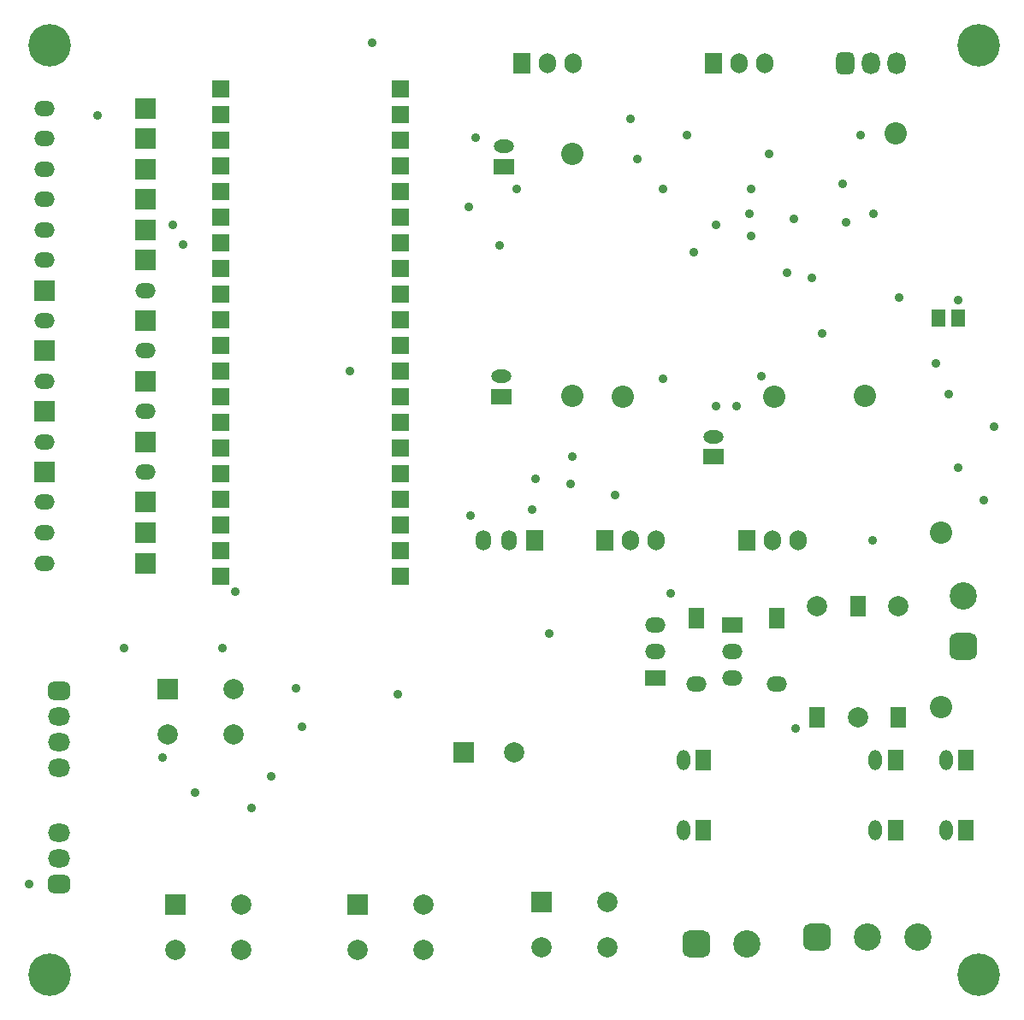
<source format=gbs>
%FSTAX23Y23*%
%MOIN*%
%SFA1B1*%

%IPPOS*%
%AMD42*
4,1,8,0.015700,0.043400,-0.015700,0.043400,-0.035500,0.023600,-0.035500,-0.023600,-0.015700,-0.043400,0.015700,-0.043400,0.035500,-0.023600,0.035500,0.023600,0.015700,0.043400,0.0*
1,1,0.039500,0.015700,0.023600*
1,1,0.039500,-0.015700,0.023600*
1,1,0.039500,-0.015700,-0.023600*
1,1,0.039500,0.015700,-0.023600*
%
%AMD46*
4,1,8,-0.043400,0.015700,-0.043400,-0.015700,-0.023600,-0.035500,0.023600,-0.035500,0.043400,-0.015700,0.043400,0.015700,0.023600,0.035500,-0.023600,0.035500,-0.043400,0.015700,0.0*
1,1,0.039500,-0.023600,0.015700*
1,1,0.039500,-0.023600,-0.015700*
1,1,0.039500,0.023600,-0.015700*
1,1,0.039500,0.023600,0.015700*
%
%AMD54*
4,1,8,-0.053200,0.024600,-0.053200,-0.024600,-0.024600,-0.053200,0.024600,-0.053200,0.053200,-0.024600,0.053200,0.024600,0.024600,0.053200,-0.024600,0.053200,-0.053200,0.024600,0.0*
1,1,0.057220,-0.024600,0.024600*
1,1,0.057220,-0.024600,-0.024600*
1,1,0.057220,0.024600,-0.024600*
1,1,0.057220,0.024600,0.024600*
%
%AMD57*
4,1,8,0.024600,0.053200,-0.024600,0.053200,-0.053200,0.024600,-0.053200,-0.024600,-0.024600,-0.053200,0.024600,-0.053200,0.053200,-0.024600,0.053200,0.024600,0.024600,0.053200,0.0*
1,1,0.057220,0.024600,0.024600*
1,1,0.057220,-0.024600,0.024600*
1,1,0.057220,-0.024600,-0.024600*
1,1,0.057220,0.024600,-0.024600*
%
%ADD21R,0.055240X0.065090*%
%ADD35C,0.086740*%
%ADD37R,0.066930X0.078740*%
%ADD38R,0.078740X0.078740*%
%ADD39R,0.059060X0.078740*%
%ADD40O,0.066930X0.078740*%
%ADD41O,0.059060X0.078740*%
G04~CAMADD=42~8~0.0~0.0~709.9~867.4~197.5~0.0~15~0.0~0.0~0.0~0.0~0~0.0~0.0~0.0~0.0~0~0.0~0.0~0.0~0.0~709.9~867.4*
%ADD42D42*%
%ADD43O,0.070990X0.086740*%
%ADD44O,0.078740X0.051180*%
%ADD45R,0.078740X0.059060*%
G04~CAMADD=46~8~0.0~0.0~709.9~867.4~197.5~0.0~15~0.0~0.0~0.0~0.0~0~0.0~0.0~0.0~0.0~0~0.0~0.0~0.0~90.0~868.0~711.0*
%ADD46D46*%
%ADD47O,0.086740X0.070990*%
%ADD48O,0.078740X0.059060*%
%ADD49O,0.078740X0.059060*%
%ADD50R,0.078740X0.059060*%
%ADD51C,0.078740*%
%ADD52O,0.051180X0.078740*%
%ADD53R,0.059060X0.078740*%
G04~CAMADD=54~8~0.0~0.0~1064.2~1064.2~286.1~0.0~15~0.0~0.0~0.0~0.0~0~0.0~0.0~0.0~0.0~0~0.0~0.0~0.0~90.0~1064.0~1064.0*
%ADD54D54*%
%ADD55C,0.106420*%
%ADD56C,0.165480*%
G04~CAMADD=57~8~0.0~0.0~1064.2~1064.2~286.1~0.0~15~0.0~0.0~0.0~0.0~0~0.0~0.0~0.0~0.0~0~0.0~0.0~0.0~0.0~1064.2~1064.2*
%ADD57D57*%
%ADD58C,0.035560*%
%ADD80R,0.067370X0.067370*%
%LNpcb_awg-1*%
%LPD*%
G54D21*
X03622Y02716D03*
X037D03*
G54D35*
X03631Y012D03*
Y01879D03*
X02391Y02411D03*
X03454Y03435D03*
X02194Y03356D03*
Y02414D03*
X02982Y02411D03*
X03336Y02414D03*
G54D37*
X02047Y0185D03*
X02746Y0371D03*
X01998D03*
X02322Y0185D03*
X02874D03*
G54D38*
X00137Y02116D03*
X00531Y01998D03*
Y01879D03*
Y01761D03*
Y03415D03*
Y03297D03*
Y03061D03*
X00137Y02824D03*
Y02588D03*
X00531Y03533D03*
Y03179D03*
Y02942D03*
Y02706D03*
Y0247D03*
X00137Y02352D03*
X00531Y02234D03*
X01771Y01023D03*
X02076Y00439D03*
X01358Y0043D03*
X00649D03*
X0062Y01269D03*
G54D39*
X03149Y01161D03*
X03307Y01594D03*
X03464Y01161D03*
X02677Y01545D03*
X02992D03*
G54D40*
X02522Y0185D03*
X02422D03*
X02198Y0371D03*
X02098D03*
X02946D03*
X02846D03*
X03074Y0185D03*
X02974D03*
G54D41*
X01847Y0185D03*
X01947D03*
G54D42*
X03257Y0371D03*
G54D43*
X03357Y0371D03*
X03457D03*
G54D44*
X02746Y02253D03*
X01919Y0249D03*
X01929Y03385D03*
G54D45*
X02746Y02175D03*
X01919Y02411D03*
X01929Y03307D03*
G54D46*
X00196Y00511D03*
Y01262D03*
G54D47*
X00196Y00611D03*
Y00711D03*
Y01162D03*
Y01062D03*
Y00962D03*
G54D48*
X02677Y01289D03*
X02992D03*
G54D49*
X02519Y01519D03*
Y01417D03*
X02819Y01314D03*
Y01417D03*
X00137Y03415D03*
Y01761D03*
Y01879D03*
Y01998D03*
X00531Y02116D03*
X00137Y02234D03*
X00531Y02352D03*
X00137Y0247D03*
Y02706D03*
Y02942D03*
Y03179D03*
Y03533D03*
X00531Y02588D03*
Y02824D03*
X00137Y03061D03*
Y03297D03*
G54D50*
X02519Y01314D03*
X02819Y01519D03*
G54D51*
X03464Y01594D03*
X03307Y01161D03*
X03149Y01594D03*
X01968Y01023D03*
X02332Y00262D03*
X02076D03*
X02332Y00439D03*
X01614Y00252D03*
X01358D03*
X01614Y0043D03*
X00905Y00252D03*
X00649D03*
X00905Y0043D03*
X00875Y01092D03*
X0062D03*
X00875Y01269D03*
G54D52*
X03375Y00994D03*
X03651D03*
Y00718D03*
X02627D03*
Y00994D03*
X03375Y00718D03*
G54D53*
X03454Y00994D03*
X0373D03*
Y00718D03*
X02706D03*
Y00994D03*
X03454Y00718D03*
G54D54*
X03718Y01437D03*
G54D55*
X03718Y01633D03*
X03346Y00303D03*
X03543D03*
X02874Y00275D03*
G54D56*
X03779Y00157D03*
Y03779D03*
X00157Y00157D03*
Y03779D03*
G54D57*
X03149Y00303D03*
X02677Y00275D03*
G54D58*
X03838Y02293D03*
X03699Y02134D03*
X03169Y02657D03*
X03469Y02795D03*
X03129Y02874D03*
X03031Y02893D03*
X02834Y02372D03*
X02893Y03218D03*
X02549D03*
X02578Y01643D03*
X02362Y02027D03*
X02194Y02175D03*
X02189Y02071D03*
X02051Y0209D03*
X02037Y01968D03*
X02667Y02972D03*
X00078Y00511D03*
X00944Y00807D03*
X00678Y03002D03*
X00639Y0308D03*
X00831Y01429D03*
X00881Y01649D03*
X006Y01004D03*
X03612Y0254D03*
X03661Y02421D03*
X037Y02785D03*
X02755Y02372D03*
X02933Y0249D03*
X02106Y01486D03*
X03799Y02007D03*
X01978Y03218D03*
X01791Y03149D03*
X02549Y0248D03*
X01141Y01122D03*
X01515Y0125D03*
X0133Y02511D03*
X02755Y0308D03*
X03262Y0309D03*
X02962Y03356D03*
X03248Y03238D03*
X02886Y03123D03*
X0245Y03336D03*
X02421Y03494D03*
X02892Y03037D03*
X0332Y03431D03*
X02643Y0343D03*
X03059Y03104D03*
X01414Y03789D03*
X01117Y01274D03*
X00725Y00865D03*
X03364Y0185D03*
X0337Y03123D03*
X01021Y00928D03*
X01819Y03421D03*
X018Y01946D03*
X00448Y01429D03*
X03065Y01115D03*
X01912Y03001D03*
X00346Y03507D03*
G54D80*
X00825Y03611D03*
Y03511D03*
Y03411D03*
Y03311D03*
Y03211D03*
Y03111D03*
Y03011D03*
Y02911D03*
Y02811D03*
Y02711D03*
Y02611D03*
Y02511D03*
Y02411D03*
Y02311D03*
Y02211D03*
Y02111D03*
Y02011D03*
Y01911D03*
Y01811D03*
Y01711D03*
X01525Y03611D03*
Y03511D03*
Y03411D03*
Y03311D03*
Y03211D03*
Y03111D03*
Y03011D03*
Y02911D03*
Y02811D03*
Y02711D03*
Y02611D03*
Y02511D03*
Y02411D03*
Y02311D03*
Y02211D03*
Y02111D03*
Y02011D03*
Y01911D03*
Y01811D03*
Y01711D03*
M02*
</source>
